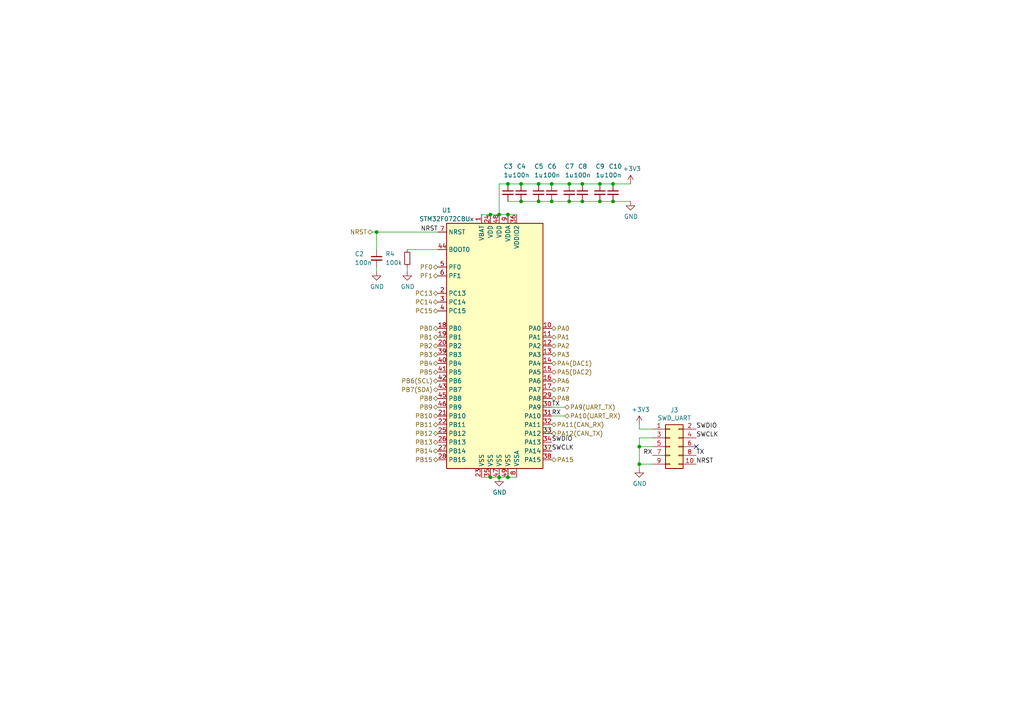
<source format=kicad_sch>
(kicad_sch (version 20211123) (generator eeschema)
  (paper "A4")
  (lib_symbols
    (symbol "Connector_Generic:Conn_02x05_Odd_Even" (pin_names (offset 1.016) hide)
      (property "Reference" "J" (at 1.27 7.62 0))
      (property "Value" "Conn_02x05_Odd_Even" (at 1.27 -7.62 0))
      (symbol "Conn_02x05_Odd_Even_1_1"
        (rectangle (start -1.27 -4.953) (end 0 -5.207) (stroke (width 0.1524)))
        (rectangle (start -1.27 -2.413) (end 0 -2.667) (stroke (width 0.1524)))
        (rectangle (start -1.27 0.127) (end 0 -0.127) (stroke (width 0.1524)))
        (rectangle (start -1.27 2.667) (end 0 2.413) (stroke (width 0.1524)))
        (rectangle (start -1.27 5.207) (end 0 4.953) (stroke (width 0.1524)))
        (rectangle (start -1.27 6.35) (end 3.81 -6.35) (stroke (width 0.254)) (fill (type background)))
        (rectangle (start 3.81 -4.953) (end 2.54 -5.207) (stroke (width 0.1524)))
        (rectangle (start 3.81 -2.413) (end 2.54 -2.667) (stroke (width 0.1524)))
        (rectangle (start 3.81 0.127) (end 2.54 -0.127) (stroke (width 0.1524)))
        (rectangle (start 3.81 2.667) (end 2.54 2.413) (stroke (width 0.1524)))
        (rectangle (start 3.81 5.207) (end 2.54 4.953) (stroke (width 0.1524)))
        (pin passive line (at -5.08 5.08 0) (length 3.81) (name "Pin_1") (number "1"))
        (pin passive line (at 7.62 -5.08 180) (length 3.81) (name "Pin_10") (number "10"))
        (pin passive line (at 7.62 5.08 180) (length 3.81) (name "Pin_2") (number "2"))
        (pin passive line (at -5.08 2.54 0) (length 3.81) (name "Pin_3") (number "3"))
        (pin passive line (at 7.62 2.54 180) (length 3.81) (name "Pin_4") (number "4"))
        (pin passive line (at -5.08 0 0) (length 3.81) (name "Pin_5") (number "5"))
        (pin passive line (at 7.62 0 180) (length 3.81) (name "Pin_6") (number "6"))
        (pin passive line (at -5.08 -2.54 0) (length 3.81) (name "Pin_7") (number "7"))
        (pin passive line (at 7.62 -2.54 180) (length 3.81) (name "Pin_8") (number "8"))
        (pin passive line (at -5.08 -5.08 0) (length 3.81) (name "Pin_9") (number "9"))
      )
    )
    (symbol "Device:C_Small" (pin_numbers hide) (pin_names (offset 0.254) hide)
      (property "Reference" "C" (at 0.254 1.778 0))
      (property "Value" "C_Small" (at 0.254 -2.032 0))
      (symbol "C_Small_0_1"
        (polyline (pts (xy -1.524 -0.508) (xy 1.524 -0.508)) (stroke (width 0.3302)))
        (polyline (pts (xy -1.524 0.508) (xy 1.524 0.508)) (stroke (width 0.3048)))
      )
      (symbol "C_Small_1_1"
        (pin passive line (at 0 2.54 270) (length 2.032) (name "~") (number "1"))
        (pin passive line (at 0 -2.54 90) (length 2.032) (name "~") (number "2"))
      )
    )
    (symbol "Device:R_Small" (pin_numbers hide) (pin_names (offset 0.254) hide)
      (property "Reference" "R" (at 0.762 0.508 0))
      (property "Value" "R_Small" (at 0.762 -1.016 0))
      (symbol "R_Small_0_1"
        (rectangle (start -0.762 1.778) (end 0.762 -1.778) (stroke (width 0.2032)))
      )
      (symbol "R_Small_1_1"
        (pin passive line (at 0 2.54 270) (length 0.762) (name "~") (number "1"))
        (pin passive line (at 0 -2.54 90) (length 0.762) (name "~") (number "2"))
      )
    )
    (symbol "MCU_ST_STM32F0:STM32F072CBUx"
      (property "Reference" "U" (at -15.24 36.83 0))
      (property "Value" "STM32F072CBUx" (at 7.62 36.83 0))
      (symbol "STM32F072CBUx_0_1"
        (rectangle (start -15.24 -35.56) (end 12.7 35.56) (stroke (width 0.254)) (fill (type background)))
      )
      (symbol "STM32F072CBUx_1_1"
        (pin power_in line (at -5.08 38.1 270) (length 2.54) (name "VBAT") (number "1"))
        (pin bidirectional line (at 15.24 5.08 180) (length 2.54) (name "PA0") (number "10"))
        (pin bidirectional line (at 15.24 2.54 180) (length 2.54) (name "PA1") (number "11"))
        (pin bidirectional line (at 15.24 0 180) (length 2.54) (name "PA2") (number "12"))
        (pin bidirectional line (at 15.24 -2.54 180) (length 2.54) (name "PA3") (number "13"))
        (pin bidirectional line (at 15.24 -5.08 180) (length 2.54) (name "PA4") (number "14"))
        (pin bidirectional line (at 15.24 -7.62 180) (length 2.54) (name "PA5") (number "15"))
        (pin bidirectional line (at 15.24 -10.16 180) (length 2.54) (name "PA6") (number "16"))
        (pin bidirectional line (at 15.24 -12.7 180) (length 2.54) (name "PA7") (number "17"))
        (pin bidirectional line (at -17.78 5.08 0) (length 2.54) (name "PB0") (number "18"))
        (pin bidirectional line (at -17.78 2.54 0) (length 2.54) (name "PB1") (number "19"))
        (pin bidirectional line (at -17.78 15.24 0) (length 2.54) (name "PC13") (number "2"))
        (pin bidirectional line (at -17.78 0 0) (length 2.54) (name "PB2") (number "20"))
        (pin bidirectional line (at -17.78 -20.32 0) (length 2.54) (name "PB10") (number "21"))
        (pin bidirectional line (at -17.78 -22.86 0) (length 2.54) (name "PB11") (number "22"))
        (pin power_in line (at -5.08 -38.1 90) (length 2.54) (name "VSS") (number "23"))
        (pin power_in line (at -2.54 38.1 270) (length 2.54) (name "VDD") (number "24"))
        (pin bidirectional line (at -17.78 -25.4 0) (length 2.54) (name "PB12") (number "25"))
        (pin bidirectional line (at -17.78 -27.94 0) (length 2.54) (name "PB13") (number "26"))
        (pin bidirectional line (at -17.78 -30.48 0) (length 2.54) (name "PB14") (number "27"))
        (pin bidirectional line (at -17.78 -33.02 0) (length 2.54) (name "PB15") (number "28"))
        (pin bidirectional line (at 15.24 -15.24 180) (length 2.54) (name "PA8") (number "29"))
        (pin bidirectional line (at -17.78 12.7 0) (length 2.54) (name "PC14") (number "3"))
        (pin bidirectional line (at 15.24 -17.78 180) (length 2.54) (name "PA9") (number "30"))
        (pin bidirectional line (at 15.24 -20.32 180) (length 2.54) (name "PA10") (number "31"))
        (pin bidirectional line (at 15.24 -22.86 180) (length 2.54) (name "PA11") (number "32"))
        (pin bidirectional line (at 15.24 -25.4 180) (length 2.54) (name "PA12") (number "33"))
        (pin bidirectional line (at 15.24 -27.94 180) (length 2.54) (name "PA13") (number "34"))
        (pin power_in line (at -2.54 -38.1 90) (length 2.54) (name "VSS") (number "35"))
        (pin power_in line (at 5.08 38.1 270) (length 2.54) (name "VDDIO2") (number "36"))
        (pin bidirectional line (at 15.24 -30.48 180) (length 2.54) (name "PA14") (number "37"))
        (pin bidirectional line (at 15.24 -33.02 180) (length 2.54) (name "PA15") (number "38"))
        (pin bidirectional line (at -17.78 -2.54 0) (length 2.54) (name "PB3") (number "39"))
        (pin bidirectional line (at -17.78 10.16 0) (length 2.54) (name "PC15") (number "4"))
        (pin bidirectional line (at -17.78 -5.08 0) (length 2.54) (name "PB4") (number "40"))
        (pin bidirectional line (at -17.78 -7.62 0) (length 2.54) (name "PB5") (number "41"))
        (pin bidirectional line (at -17.78 -10.16 0) (length 2.54) (name "PB6") (number "42"))
        (pin bidirectional line (at -17.78 -12.7 0) (length 2.54) (name "PB7") (number "43"))
        (pin input line (at -17.78 27.94 0) (length 2.54) (name "BOOT0") (number "44"))
        (pin bidirectional line (at -17.78 -15.24 0) (length 2.54) (name "PB8") (number "45"))
        (pin bidirectional line (at -17.78 -17.78 0) (length 2.54) (name "PB9") (number "46"))
        (pin power_in line (at 0 -38.1 90) (length 2.54) (name "VSS") (number "47"))
        (pin power_in line (at 0 38.1 270) (length 2.54) (name "VDD") (number "48"))
        (pin power_in line (at 2.54 -38.1 90) (length 2.54) (name "VSS") (number "49"))
        (pin input line (at -17.78 22.86 0) (length 2.54) (name "PF0") (number "5"))
        (pin input line (at -17.78 20.32 0) (length 2.54) (name "PF1") (number "6"))
        (pin input line (at -17.78 33.02 0) (length 2.54) (name "NRST") (number "7"))
        (pin power_in line (at 5.08 -38.1 90) (length 2.54) (name "VSSA") (number "8"))
        (pin power_in line (at 2.54 38.1 270) (length 2.54) (name "VDDA") (number "9"))
      )
    )
    (symbol "power:+3V3" (power) (pin_names (offset 0))
      (property "Value" "+3V3" (at 0 3.556 0))
      (symbol "+3V3_0_1"
        (polyline (pts (xy -0.762 1.27) (xy 0 2.54)))
        (polyline (pts (xy 0 0) (xy 0 2.54)))
        (polyline (pts (xy 0 2.54) (xy 0.762 1.27)))
      )
      (symbol "+3V3_1_1"
        (pin power_in line (at 0 0 90) (length 0) hide (name "+3V3") (number "1"))
      )
    )
    (symbol "power:GND" (power) (pin_names (offset 0))
      (property "Value" "GND" (at 0 -3.81 0))
      (symbol "GND_0_1"
        (polyline (pts (xy 0 0) (xy 0 -1.27) (xy 1.27 -1.27) (xy 0 -2.54) (xy -1.27 -1.27) (xy 0 -1.27)))
      )
      (symbol "GND_1_1"
        (pin power_in line (at 0 0 270) (length 0) hide (name "GND") (number "1"))
      )
    )
  )
  (junction (at 168.91 53.34))
  (junction (at 151.13 53.34))
  (junction (at 168.91 58.42))
  (junction (at 147.32 62.23))
  (junction (at 142.24 138.43))
  (junction (at 173.99 53.34))
  (junction (at 151.13 58.42))
  (junction (at 160.02 53.34))
  (junction (at 177.8 53.34))
  (junction (at 160.02 58.42))
  (junction (at 147.32 138.43))
  (junction (at 109.22 67.31))
  (junction (at 144.78 138.43))
  (junction (at 173.99 58.42))
  (junction (at 177.8 58.42))
  (junction (at 165.1 58.42))
  (junction (at 165.1 53.34))
  (junction (at 185.42 129.54))
  (junction (at 147.32 53.34))
  (junction (at 185.42 134.62))
  (junction (at 142.24 62.23))
  (junction (at 156.21 58.42))
  (junction (at 144.78 62.23))
  (junction (at 156.21 53.34))
  (no_connect (at 201.93 129.54))
  (wire (pts (xy 142.24 62.23) (xy 144.78 62.23)))
  (wire (pts (xy 109.22 78.74) (xy 109.22 77.47)))
  (wire (pts (xy 163.83 118.11) (xy 160.02 118.11)))
  (wire (pts (xy 147.32 58.42) (xy 151.13 58.42)))
  (wire (pts (xy 160.02 58.42) (xy 165.1 58.42)))
  (wire (pts (xy 147.32 62.23) (xy 149.86 62.23)))
  (wire (pts (xy 189.23 134.62) (xy 185.42 134.62)))
  (wire (pts (xy 168.91 53.34) (xy 165.1 53.34)))
  (wire (pts (xy 107.95 67.31) (xy 109.22 67.31)))
  (wire (pts (xy 160.02 53.34) (xy 156.21 53.34)))
  (wire (pts (xy 144.78 138.43) (xy 147.32 138.43)))
  (wire (pts (xy 177.8 53.34) (xy 182.88 53.34)))
  (wire (pts (xy 185.42 129.54) (xy 185.42 134.62)))
  (wire (pts (xy 139.7 138.43) (xy 142.24 138.43)))
  (wire (pts (xy 144.78 53.34) (xy 147.32 53.34)))
  (wire (pts (xy 163.83 120.65) (xy 160.02 120.65)))
  (wire (pts (xy 109.22 67.31) (xy 109.22 72.39)))
  (wire (pts (xy 185.42 123.19) (xy 185.42 124.46)))
  (wire (pts (xy 177.8 53.34) (xy 173.99 53.34)))
  (wire (pts (xy 182.88 58.42) (xy 177.8 58.42)))
  (wire (pts (xy 156.21 58.42) (xy 160.02 58.42)))
  (wire (pts (xy 151.13 58.42) (xy 156.21 58.42)))
  (wire (pts (xy 156.21 53.34) (xy 151.13 53.34)))
  (wire (pts (xy 185.42 127) (xy 185.42 129.54)))
  (wire (pts (xy 185.42 124.46) (xy 189.23 124.46)))
  (wire (pts (xy 144.78 62.23) (xy 147.32 62.23)))
  (wire (pts (xy 189.23 129.54) (xy 185.42 129.54)))
  (wire (pts (xy 173.99 58.42) (xy 177.8 58.42)))
  (wire (pts (xy 173.99 53.34) (xy 168.91 53.34)))
  (wire (pts (xy 165.1 53.34) (xy 160.02 53.34)))
  (wire (pts (xy 127 67.31) (xy 109.22 67.31)))
  (wire (pts (xy 118.11 78.74) (xy 118.11 77.47)))
  (wire (pts (xy 151.13 53.34) (xy 147.32 53.34)))
  (wire (pts (xy 147.32 138.43) (xy 149.86 138.43)))
  (wire (pts (xy 168.91 58.42) (xy 173.99 58.42)))
  (wire (pts (xy 144.78 62.23) (xy 144.78 53.34)))
  (wire (pts (xy 185.42 134.62) (xy 185.42 135.89)))
  (wire (pts (xy 165.1 58.42) (xy 168.91 58.42)))
  (wire (pts (xy 139.7 62.23) (xy 142.24 62.23)))
  (wire (pts (xy 142.24 138.43) (xy 144.78 138.43)))
  (wire (pts (xy 127 72.39) (xy 118.11 72.39)))
  (wire (pts (xy 189.23 127) (xy 185.42 127)))
  (label "NRST" (at 127 67.31 180))
  (label "TX" (at 201.93 132.08 0))
  (label "SWDIO" (at 201.93 124.46 0))
  (label "SWCLK" (at 160.02 130.81 0))
  (label "TX" (at 160.02 118.11 0))
  (label "RX" (at 160.02 120.65 0))
  (label "RX" (at 189.23 132.08 180))
  (label "SWCLK" (at 201.93 127 0))
  (label "NRST" (at 201.93 134.62 0))
  (label "SWDIO" (at 160.02 128.27 0))
  (hierarchical_label "PA12(CAN_TX)" (shape bidirectional) (at 160.02 125.73 0))
  (hierarchical_label "PB6(SCL)" (shape bidirectional) (at 127 110.49 180))
  (hierarchical_label "PA6" (shape bidirectional) (at 160.02 110.49 0))
  (hierarchical_label "PA5(DAC2)" (shape bidirectional) (at 160.02 107.95 0))
  (hierarchical_label "PB4" (shape bidirectional) (at 127 105.41 180))
  (hierarchical_label "PB0" (shape bidirectional) (at 127 95.25 180))
  (hierarchical_label "PF0" (shape bidirectional) (at 127 77.47 180))
  (hierarchical_label "PA8" (shape bidirectional) (at 160.02 115.57 0))
  (hierarchical_label "PA1" (shape bidirectional) (at 160.02 97.79 0))
  (hierarchical_label "NRST" (shape bidirectional) (at 107.95 67.31 180))
  (hierarchical_label "PB15" (shape bidirectional) (at 127 133.35 180))
  (hierarchical_label "PA3" (shape bidirectional) (at 160.02 102.87 0))
  (hierarchical_label "PA9(UART_TX)" (shape bidirectional) (at 163.83 118.11 0))
  (hierarchical_label "PB1" (shape bidirectional) (at 127 97.79 180))
  (hierarchical_label "PA11(CAN_RX)" (shape bidirectional) (at 160.02 123.19 0))
  (hierarchical_label "PB11" (shape bidirectional) (at 127 123.19 180))
  (hierarchical_label "PA10(UART_RX)" (shape bidirectional) (at 163.83 120.65 0))
  (hierarchical_label "PC15" (shape bidirectional) (at 127 90.17 180))
  (hierarchical_label "PA2" (shape bidirectional) (at 160.02 100.33 0))
  (hierarchical_label "PF1" (shape bidirectional) (at 127 80.01 180))
  (hierarchical_label "PA4(DAC1)" (shape bidirectional) (at 160.02 105.41 0))
  (hierarchical_label "PB14" (shape bidirectional) (at 127 130.81 180))
  (hierarchical_label "PA15" (shape bidirectional) (at 160.02 133.35 0))
  (hierarchical_label "PB3" (shape bidirectional) (at 127 102.87 180))
  (hierarchical_label "PB7(SDA)" (shape bidirectional) (at 127 113.03 180))
  (hierarchical_label "PC13" (shape bidirectional) (at 127 85.09 180))
  (hierarchical_label "PB10" (shape bidirectional) (at 127 120.65 180))
  (hierarchical_label "PB13" (shape bidirectional) (at 127 128.27 180))
  (hierarchical_label "PA0" (shape bidirectional) (at 160.02 95.25 0))
  (hierarchical_label "PA7" (shape bidirectional) (at 160.02 113.03 0))
  (hierarchical_label "PB9" (shape bidirectional) (at 127 118.11 180))
  (hierarchical_label "PB8" (shape bidirectional) (at 127 115.57 180))
  (hierarchical_label "PB5" (shape bidirectional) (at 127 107.95 180))
  (hierarchical_label "PB12" (shape bidirectional) (at 127 125.73 180))
  (hierarchical_label "PB2" (shape bidirectional) (at 127 100.33 180))
  (hierarchical_label "PC14" (shape bidirectional) (at 127 87.63 180))
  (symbol (lib_id "Device:R_Small") (at 118.11 74.93 0) (unit 1)
    (property "Reference" "R4" (at 111.76 73.66 0) (effects (justify left)))
    (property "Value" "100k" (at 111.76 76.2 0) (effects (justify left)))
    (property "Footprint" "Resistor_SMD:R_0603_1608Metric" (effects hide))
  )
  (symbol (lib_id "Device:C_Small") (at 147.32 55.88 0) (unit 1)
    (property "Reference" "C3" (at 146.05 48.26 0) (effects (justify left)))
    (property "Value" "1u" (at 146.05 50.8 0) (effects (justify left)))
    (property "Footprint" "Capacitor_SMD:C_0603_1608Metric" (effects hide))
  )
  (symbol (lib_id "Device:C_Small") (at 151.13 55.88 0) (unit 1)
    (property "Reference" "C4" (at 149.86 48.26 0) (effects (justify left)))
    (property "Value" "100n" (at 148.59 50.8 0) (effects (justify left)))
    (property "Footprint" "Capacitor_SMD:C_0603_1608Metric" (effects hide))
  )
  (symbol (lib_id "Device:C_Small") (at 156.21 55.88 0) (unit 1)
    (property "Reference" "C5" (at 154.94 48.26 0) (effects (justify left)))
    (property "Value" "1u" (at 154.94 50.8 0) (effects (justify left)))
    (property "Footprint" "Capacitor_SMD:C_0603_1608Metric" (effects hide))
  )
  (symbol (lib_id "Device:C_Small") (at 160.02 55.88 0) (unit 1)
    (property "Reference" "C6" (at 158.75 48.26 0) (effects (justify left)))
    (property "Value" "100n" (at 157.48 50.8 0) (effects (justify left)))
    (property "Footprint" "Capacitor_SMD:C_0603_1608Metric" (effects hide))
  )
  (symbol (lib_id "Device:C_Small") (at 165.1 55.88 0) (unit 1)
    (property "Reference" "C7" (at 163.83 48.26 0) (effects (justify left)))
    (property "Value" "1u" (at 163.83 50.8 0) (effects (justify left)))
    (property "Footprint" "Capacitor_SMD:C_0603_1608Metric" (effects hide))
  )
  (symbol (lib_id "Device:C_Small") (at 168.91 55.88 0) (unit 1)
    (property "Reference" "C8" (at 167.64 48.26 0) (effects (justify left)))
    (property "Value" "100n" (at 166.37 50.8 0) (effects (justify left)))
    (property "Footprint" "Capacitor_SMD:C_0603_1608Metric" (effects hide))
  )
  (symbol (lib_id "Device:C_Small") (at 173.99 55.88 0) (unit 1)
    (property "Reference" "C9" (at 172.72 48.26 0) (effects (justify left)))
    (property "Value" "1u" (at 172.72 50.8 0) (effects (justify left)))
    (property "Footprint" "Capacitor_SMD:C_0603_1608Metric" (effects hide))
  )
  (symbol (lib_id "Device:C_Small") (at 177.8 55.88 0) (unit 1)
    (property "Reference" "C10" (at 176.53 48.26 0) (effects (justify left)))
    (property "Value" "100n" (at 175.26 50.8 0) (effects (justify left)))
    (property "Footprint" "Capacitor_SMD:C_0603_1608Metric" (effects hide))
  )
  (symbol (lib_id "Device:C_Small") (at 109.22 74.93 0) (unit 1)
    (property "Reference" "C2" (at 102.87 73.66 0) (effects (justify left)))
    (property "Value" "100n" (at 102.87 76.2 0) (effects (justify left)))
    (property "Footprint" "Capacitor_SMD:C_0603_1608Metric" (effects hide))
  )
  (symbol (lib_id "Connector_Generic:Conn_02x05_Odd_Even") (at 194.31 129.54 0) (unit 1)
    (property "Reference" "J3" (at 195.58 118.9482 0))
    (property "Value" "SWD_UART" (at 195.58 121.2596 0))
    (property "Footprint" "Connector_PinHeader_1.27mm:PinHeader_2x05_P1.27mm_Vertical_SMD" (effects hide))
  )
  (symbol (lib_id "MCU_ST_STM32F0:STM32F072CBUx") (at 144.78 100.33 0) (unit 1)
    (property "Reference" "U1" (at 129.54 60.96 0))
    (property "Value" "STM32F072CBUx" (at 129.54 63.5 0))
    (property "Footprint" "Package_DFN_QFN:QFN-48-1EP_7x7mm_P0.5mm_EP5.6x5.6mm" (effects hide))
    (property "Datasheet" "http://www.st.com/st-web-ui/static/active/en/resource/technical/document/datasheet/DM00090510.pdf" (effects hide))
  )
  (symbol (lib_id "power:+3V3") (at 182.88 53.34 0) (unit 1)
    (property "Reference" "#PWR013" (effects hide))
    (property "Value" "+3V3" (at 183.261 48.9458 0))
  )
  (symbol (lib_id "power:GND") (at 182.88 58.42 0) (unit 1)
    (property "Reference" "#PWR014" (effects hide))
    (property "Value" "GND" (at 183.007 62.8142 0))
  )
  (symbol (lib_id "power:GND") (at 144.78 138.43 0) (unit 1)
    (property "Reference" "#PWR012" (effects hide))
    (property "Value" "GND" (at 144.907 142.8242 0))
  )
  (symbol (lib_id "power:GND") (at 109.22 78.74 0) (unit 1)
    (property "Reference" "#PWR010" (effects hide))
    (property "Value" "GND" (at 109.347 83.1342 0))
  )
  (symbol (lib_id "power:GND") (at 118.11 78.74 0) (unit 1)
    (property "Reference" "#PWR011" (effects hide))
    (property "Value" "GND" (at 118.237 83.1342 0))
  )
  (symbol (lib_id "power:+3V3") (at 185.42 123.19 0) (unit 1)
    (property "Reference" "#PWR015" (effects hide))
    (property "Value" "+3V3" (at 185.801 118.7958 0))
  )
  (symbol (lib_id "power:GND") (at 185.42 135.89 0) (unit 1)
    (property "Reference" "#PWR016" (effects hide))
    (property "Value" "GND" (at 185.547 140.2842 0))
  )
)
</source>
